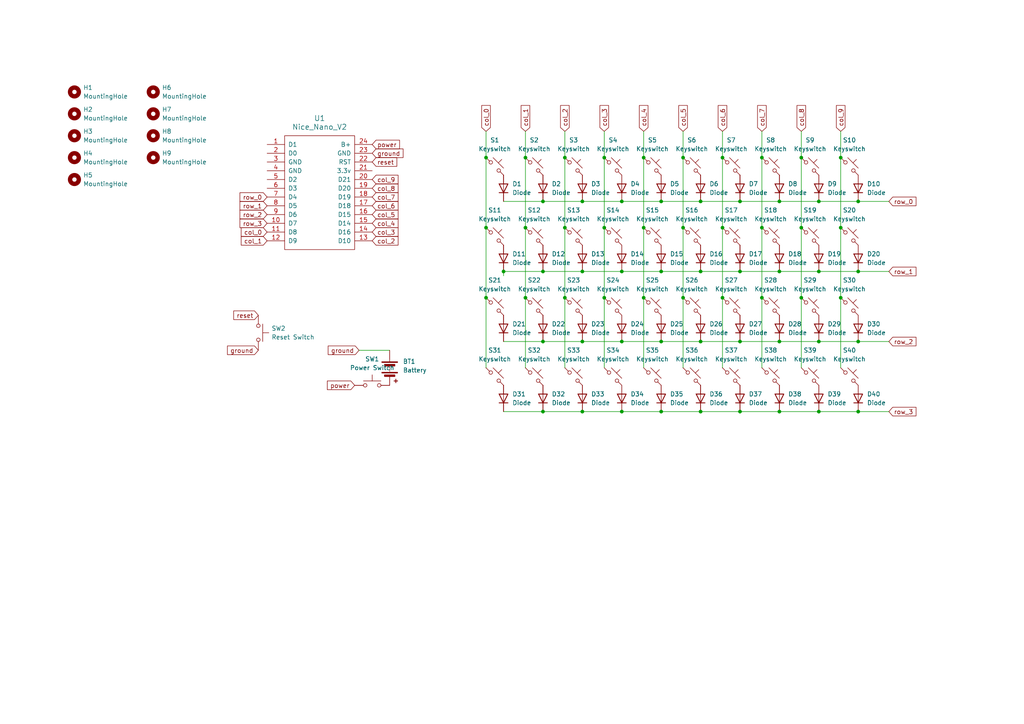
<source format=kicad_sch>
(kicad_sch (version 20230121) (generator eeschema)
  (paper "A4")
  (lib_symbols
    (symbol "Device:Battery" (pin_numbers hide) (pin_names (offset 0) hide)
      (property "Reference" "BT1" (at 3.81 1.8415 0))
      (property "Value" "Battery" (at 3.81 -0.6985 0))
      (symbol "Battery_0_1"
        (rectangle (start -2.286 -1.27) (end 2.286 -1.524) (fill (type outline)))
        (rectangle (start -2.286 1.778) (end 2.286 1.524) (fill (type outline)))
        (rectangle (start -1.524 -2.032) (end 1.524 -2.54) (fill (type outline)))
        (rectangle (start -1.524 1.016) (end 1.524 0.508) (fill (type outline)))
        (polyline (pts (xy 0 -1.016) (xy 0 -0.762)))
        (polyline (pts (xy 0 -0.508) (xy 0 -0.254)))
        (polyline (pts (xy 0 0) (xy 0 0.254)))
        (polyline (pts (xy 0 1.778) (xy 0 2.54)))
        (polyline (pts (xy 1.27 -3.81) (xy 2.286 -3.81)) (stroke (width 0.254)))
        (polyline (pts (xy 1.778 -3.302) (xy 1.778 -4.318)) (stroke (width 0.254)))
      )
      (symbol "Battery_1_1"
        (pin passive line (at 0 5.08 270) (length 2.54) (name "+") (number "1"))
        (pin passive line (at 0 -5.08 90) (length 2.54) (name "-") (number "2"))
      )
    )
    (symbol "Mechanical:MountingHole" (pin_names (offset 1.016))
      (property "Reference" "H" (at 0 5.08 0))
      (property "Value" "MountingHole" (at 0 3.175 0))
      (symbol "MountingHole_0_1"
        (circle (center 0 0) (radius 1.27) (stroke (width 1.27)))
      )
    )
    (symbol "ScottoKeebs:MCU_Nice_Nano_V2" (pin_names (offset 1.016))
      (property "Reference" "U" (at 0 0 0))
      (property "Value" "Nice_Nano_V2" (at 0 -19.05 0))
      (symbol "MCU_Nice_Nano_V2_0_1"
        (rectangle (start -10.16 16.51) (end 10.16 -16.51))
      )
      (symbol "MCU_Nice_Nano_V2_1_1"
        (pin input line (at -15.24 13.97 0) (length 5.08) (name "D1") (number "1"))
        (pin input line (at -15.24 -8.89 0) (length 5.08) (name "D7") (number "10"))
        (pin input line (at -15.24 -11.43 0) (length 5.08) (name "D8") (number "11"))
        (pin input line (at -15.24 -13.97 0) (length 5.08) (name "D9") (number "12"))
        (pin input line (at 15.24 -13.97 180) (length 5.08) (name "D10") (number "13"))
        (pin input line (at 15.24 -11.43 180) (length 5.08) (name "D16") (number "14"))
        (pin input line (at 15.24 -8.89 180) (length 5.08) (name "D14") (number "15"))
        (pin input line (at 15.24 -6.35 180) (length 5.08) (name "D15") (number "16"))
        (pin input line (at 15.24 -3.81 180) (length 5.08) (name "D18") (number "17"))
        (pin input line (at 15.24 -1.27 180) (length 5.08) (name "D19") (number "18"))
        (pin input line (at 15.24 1.27 180) (length 5.08) (name "D20") (number "19"))
        (pin input line (at -15.24 11.43 0) (length 5.08) (name "D0") (number "2"))
        (pin input line (at 15.24 3.81 180) (length 5.08) (name "D21") (number "20"))
        (pin input line (at 15.24 6.35 180) (length 5.08) (name "3.3v") (number "21"))
        (pin input line (at 15.24 8.89 180) (length 5.08) (name "RST") (number "22"))
        (pin input line (at 15.24 11.43 180) (length 5.08) (name "GND") (number "23"))
        (pin input line (at 15.24 13.97 180) (length 5.08) (name "B+") (number "24"))
        (pin input line (at -15.24 8.89 0) (length 5.08) (name "GND") (number "3"))
        (pin input line (at -15.24 6.35 0) (length 5.08) (name "GND") (number "4"))
        (pin input line (at -15.24 3.81 0) (length 5.08) (name "D2") (number "5"))
        (pin input line (at -15.24 1.27 0) (length 5.08) (name "D3") (number "6"))
        (pin input line (at -15.24 -1.27 0) (length 5.08) (name "D4") (number "7"))
        (pin input line (at -15.24 -3.81 0) (length 5.08) (name "D5") (number "8"))
        (pin input line (at -15.24 -6.35 0) (length 5.08) (name "D6") (number "9"))
      )
    )
    (symbol "ScottoKeebs:Placeholder_Diode" (pin_numbers hide) (pin_names hide)
      (property "Reference" "D" (at 0 2.54 0))
      (property "Value" "Diode" (at 0 -2.54 0))
      (symbol "Placeholder_Diode_0_1"
        (polyline (pts (xy -1.27 1.27) (xy -1.27 -1.27)) (stroke (width 0.254)))
        (polyline (pts (xy 1.27 0) (xy -1.27 0)))
        (polyline (pts (xy 1.27 1.27) (xy 1.27 -1.27) (xy -1.27 0) (xy 1.27 1.27)) (stroke (width 0.254)))
      )
      (symbol "Placeholder_Diode_1_1"
        (pin passive line (at -3.81 0 0) (length 2.54) (name "K") (number "1"))
        (pin passive line (at 3.81 0 180) (length 2.54) (name "A") (number "2"))
      )
    )
    (symbol "ScottoKeebs:Placeholder_Keyswitch" (pin_numbers hide) (pin_names (offset 1.016) hide)
      (property "Reference" "S" (at 3.048 1.016 0))
      (property "Value" "Keyswitch" (at 0 -3.81 0))
      (symbol "Placeholder_Keyswitch_0_1"
        (circle (center -1.1684 1.1684) (radius 0.508))
        (polyline (pts (xy -0.508 2.54) (xy 2.54 -0.508)))
        (polyline (pts (xy 1.016 1.016) (xy 2.032 2.032)))
        (polyline (pts (xy -2.54 2.54) (xy -1.524 1.524) (xy -1.524 1.524)))
        (polyline (pts (xy 1.524 -1.524) (xy 2.54 -2.54) (xy 2.54 -2.54) (xy 2.54 -2.54)))
        (circle (center 1.143 -1.1938) (radius 0.508))
        (pin passive line (at -2.54 2.54 0) (length 0) (name "1") (number "1"))
        (pin passive line (at 2.54 -2.54 180) (length 0) (name "2") (number "2"))
      )
    )
    (symbol "ScottoKeebs:Placeholder_Switch" (pin_numbers hide) (pin_names (offset 1.016) hide)
      (property "Reference" "SW" (at 1.27 2.54 0))
      (property "Value" "Switch" (at 0 -1.524 0))
      (symbol "Placeholder_Switch_0_1"
        (circle (center -2.032 0) (radius 0.508))
        (polyline (pts (xy 0 1.27) (xy 0 3.048)))
        (polyline (pts (xy 2.54 1.27) (xy -2.54 1.27)))
        (circle (center 2.032 0) (radius 0.508))
        (pin passive line (at -5.08 0 0) (length 2.54) (name "1") (number "1"))
        (pin passive line (at 5.08 0 180) (length 2.54) (name "2") (number "2"))
      )
    )
  )
  (junction (at 248.92 99.06))
  (junction (at 214.63 99.06))
  (junction (at 140.97 66.04))
  (junction (at 198.12 66.04))
  (junction (at 163.83 45.72))
  (junction (at 168.91 99.06))
  (junction (at 180.34 119.38))
  (junction (at 226.06 99.06))
  (junction (at 163.83 86.36))
  (junction (at 220.98 86.36))
  (junction (at 163.83 66.04))
  (junction (at 191.77 99.06))
  (junction (at 209.55 86.36))
  (junction (at 243.84 45.72))
  (junction (at 226.06 78.74))
  (junction (at 203.2 78.74))
  (junction (at 248.92 78.74))
  (junction (at 232.41 66.04))
  (junction (at 237.49 78.74))
  (junction (at 214.63 119.38))
  (junction (at 191.77 78.74))
  (junction (at 157.48 78.74))
  (junction (at 157.48 58.42))
  (junction (at 180.34 58.42))
  (junction (at 175.26 86.36))
  (junction (at 248.92 119.38))
  (junction (at 209.55 45.72))
  (junction (at 248.92 58.42))
  (junction (at 198.12 45.72))
  (junction (at 226.06 58.42))
  (junction (at 157.48 119.38))
  (junction (at 203.2 58.42))
  (junction (at 180.34 99.06))
  (junction (at 146.05 78.74))
  (junction (at 203.2 99.06))
  (junction (at 243.84 66.04))
  (junction (at 186.69 66.04))
  (junction (at 237.49 58.42))
  (junction (at 209.55 66.04))
  (junction (at 220.98 66.04))
  (junction (at 140.97 86.36))
  (junction (at 186.69 86.36))
  (junction (at 152.4 66.04))
  (junction (at 220.98 45.72))
  (junction (at 168.91 78.74))
  (junction (at 140.97 45.72))
  (junction (at 243.84 86.36))
  (junction (at 180.34 78.74))
  (junction (at 232.41 86.36))
  (junction (at 232.41 45.72))
  (junction (at 214.63 78.74))
  (junction (at 152.4 45.72))
  (junction (at 175.26 45.72))
  (junction (at 198.12 86.36))
  (junction (at 152.4 86.36))
  (junction (at 168.91 58.42))
  (junction (at 237.49 99.06))
  (junction (at 226.06 119.38))
  (junction (at 191.77 58.42))
  (junction (at 214.63 58.42))
  (junction (at 157.48 99.06))
  (junction (at 203.2 119.38))
  (junction (at 186.69 45.72))
  (junction (at 175.26 66.04))
  (junction (at 168.91 119.38))
  (junction (at 237.49 119.38))
  (junction (at 191.77 119.38))
  (wire (pts (xy 214.63 58.42) (xy 226.06 58.42)))
  (wire (pts (xy 232.41 86.36) (xy 232.41 106.68)))
  (wire (pts (xy 243.84 86.36) (xy 243.84 106.68)))
  (wire (pts (xy 175.26 38.1) (xy 175.26 45.72)))
  (wire (pts (xy 203.2 78.74) (xy 191.77 78.74)))
  (wire (pts (xy 237.49 78.74) (xy 226.06 78.74)))
  (wire (pts (xy 146.05 58.42) (xy 157.48 58.42)))
  (wire (pts (xy 152.4 86.36) (xy 152.4 106.68)))
  (wire (pts (xy 248.92 99.06) (xy 257.81 99.06)))
  (wire (pts (xy 220.98 66.04) (xy 220.98 86.36)))
  (wire (pts (xy 157.48 119.38) (xy 168.91 119.38)))
  (wire (pts (xy 248.92 119.38) (xy 257.81 119.38)))
  (wire (pts (xy 157.48 99.06) (xy 168.91 99.06)))
  (wire (pts (xy 104.14 101.6) (xy 113.03 101.6)))
  (wire (pts (xy 209.55 66.04) (xy 209.55 86.36)))
  (wire (pts (xy 237.49 99.06) (xy 248.92 99.06)))
  (wire (pts (xy 180.34 119.38) (xy 191.77 119.38)))
  (wire (pts (xy 152.4 45.72) (xy 152.4 66.04)))
  (wire (pts (xy 214.63 99.06) (xy 226.06 99.06)))
  (wire (pts (xy 232.41 66.04) (xy 232.41 86.36)))
  (wire (pts (xy 243.84 45.72) (xy 243.84 66.04)))
  (wire (pts (xy 198.12 66.04) (xy 198.12 86.36)))
  (wire (pts (xy 191.77 78.74) (xy 180.34 78.74)))
  (wire (pts (xy 243.84 66.04) (xy 243.84 86.36)))
  (wire (pts (xy 186.69 38.1) (xy 186.69 45.72)))
  (wire (pts (xy 226.06 58.42) (xy 237.49 58.42)))
  (wire (pts (xy 203.2 99.06) (xy 214.63 99.06)))
  (wire (pts (xy 198.12 45.72) (xy 198.12 66.04)))
  (wire (pts (xy 220.98 38.1) (xy 220.98 45.72)))
  (wire (pts (xy 180.34 99.06) (xy 191.77 99.06)))
  (wire (pts (xy 243.84 38.1) (xy 243.84 45.72)))
  (wire (pts (xy 257.81 78.74) (xy 248.92 78.74)))
  (wire (pts (xy 191.77 99.06) (xy 203.2 99.06)))
  (wire (pts (xy 237.49 119.38) (xy 248.92 119.38)))
  (wire (pts (xy 191.77 119.38) (xy 203.2 119.38)))
  (wire (pts (xy 191.77 58.42) (xy 203.2 58.42)))
  (wire (pts (xy 186.69 66.04) (xy 186.69 86.36)))
  (wire (pts (xy 168.91 78.74) (xy 157.48 78.74)))
  (wire (pts (xy 248.92 78.74) (xy 237.49 78.74)))
  (wire (pts (xy 146.05 78.74) (xy 146.05 80.01)))
  (wire (pts (xy 214.63 119.38) (xy 226.06 119.38)))
  (wire (pts (xy 140.97 38.1) (xy 140.97 45.72)))
  (wire (pts (xy 140.97 86.36) (xy 140.97 106.68)))
  (wire (pts (xy 168.91 119.38) (xy 180.34 119.38)))
  (wire (pts (xy 157.48 58.42) (xy 168.91 58.42)))
  (wire (pts (xy 209.55 86.36) (xy 209.55 106.68)))
  (wire (pts (xy 146.05 119.38) (xy 157.48 119.38)))
  (wire (pts (xy 214.63 78.74) (xy 203.2 78.74)))
  (wire (pts (xy 198.12 38.1) (xy 198.12 45.72)))
  (wire (pts (xy 226.06 99.06) (xy 237.49 99.06)))
  (wire (pts (xy 157.48 78.74) (xy 146.05 78.74)))
  (wire (pts (xy 180.34 58.42) (xy 191.77 58.42)))
  (wire (pts (xy 198.12 86.36) (xy 198.12 106.68)))
  (wire (pts (xy 152.4 66.04) (xy 152.4 86.36)))
  (wire (pts (xy 209.55 38.1) (xy 209.55 45.72)))
  (wire (pts (xy 226.06 78.74) (xy 214.63 78.74)))
  (wire (pts (xy 203.2 119.38) (xy 214.63 119.38)))
  (wire (pts (xy 220.98 45.72) (xy 220.98 66.04)))
  (wire (pts (xy 175.26 45.72) (xy 175.26 66.04)))
  (wire (pts (xy 175.26 86.36) (xy 175.26 106.68)))
  (wire (pts (xy 209.55 45.72) (xy 209.55 66.04)))
  (wire (pts (xy 232.41 45.72) (xy 232.41 66.04)))
  (wire (pts (xy 232.41 38.1) (xy 232.41 45.72)))
  (wire (pts (xy 180.34 78.74) (xy 168.91 78.74)))
  (wire (pts (xy 140.97 66.04) (xy 140.97 86.36)))
  (wire (pts (xy 186.69 45.72) (xy 186.69 66.04)))
  (wire (pts (xy 163.83 86.36) (xy 163.83 106.68)))
  (wire (pts (xy 237.49 58.42) (xy 248.92 58.42)))
  (wire (pts (xy 163.83 38.1) (xy 163.83 45.72)))
  (wire (pts (xy 186.69 86.36) (xy 186.69 106.68)))
  (wire (pts (xy 163.83 45.72) (xy 163.83 66.04)))
  (wire (pts (xy 152.4 38.1) (xy 152.4 45.72)))
  (wire (pts (xy 175.26 66.04) (xy 175.26 86.36)))
  (wire (pts (xy 140.97 45.72) (xy 140.97 66.04)))
  (wire (pts (xy 248.92 58.42) (xy 257.81 58.42)))
  (wire (pts (xy 203.2 58.42) (xy 214.63 58.42)))
  (wire (pts (xy 220.98 86.36) (xy 220.98 106.68)))
  (wire (pts (xy 168.91 58.42) (xy 180.34 58.42)))
  (wire (pts (xy 226.06 119.38) (xy 237.49 119.38)))
  (wire (pts (xy 168.91 99.06) (xy 180.34 99.06)))
  (wire (pts (xy 146.05 99.06) (xy 157.48 99.06)))
  (wire (pts (xy 163.83 66.04) (xy 163.83 86.36)))
  (global_label "col_4" (shape input) (at 186.69 38.1 90) (property "Intersheetrefs" "${INTERSHEET_REFS}" (effects hide)))
  (global_label "col_5" (shape input) (at 198.12 38.1 90) (property "Intersheetrefs" "${INTERSHEET_REFS}" (effects hide)))
  (global_label "power" (shape input) (at 107.95 41.91 0) (property "Intersheetrefs" "${INTERSHEET_REFS}" (effects hide)))
  (global_label "row_0" (shape input) (at 77.47 57.15 180) (property "Intersheetrefs" "${INTERSHEET_REFS}" (effects hide)))
  (global_label "col_6" (shape input) (at 209.55 38.1 90) (property "Intersheetrefs" "${INTERSHEET_REFS}" (effects hide)))
  (global_label "col_1" (shape input) (at 77.47 69.85 180) (property "Intersheetrefs" "${INTERSHEET_REFS}" (effects hide)))
  (global_label "col_7" (shape input) (at 107.95 57.15 0) (property "Intersheetrefs" "${INTERSHEET_REFS}" (effects hide)))
  (global_label "col_5" (shape input) (at 107.95 62.23 0) (property "Intersheetrefs" "${INTERSHEET_REFS}" (effects hide)))
  (global_label "row_2" (shape input) (at 77.47 62.23 180) (property "Intersheetrefs" "${INTERSHEET_REFS}" (effects hide)))
  (global_label "col_3" (shape input) (at 175.26 38.1 90) (property "Intersheetrefs" "${INTERSHEET_REFS}" (effects hide)))
  (global_label "col_9" (shape input) (at 243.84 38.1 90) (property "Intersheetrefs" "${INTERSHEET_REFS}" (effects hide)))
  (global_label "ground" (shape input) (at 74.93 101.6 180) (property "Intersheetrefs" "${INTERSHEET_REFS}" (effects hide)))
  (global_label "col_0" (shape input) (at 77.47 67.31 180) (property "Intersheetrefs" "${INTERSHEET_REFS}" (effects hide)))
  (global_label "col_6" (shape input) (at 107.95 59.69 0) (property "Intersheetrefs" "${INTERSHEET_REFS}" (effects hide)))
  (global_label "row_2" (shape input) (at 257.81 99.06 0) (property "Intersheetrefs" "${INTERSHEET_REFS}" (effects hide)))
  (global_label "reset" (shape input) (at 74.93 91.44 180) (property "Intersheetrefs" "${INTERSHEET_REFS}" (effects hide)))
  (global_label "col_7" (shape input) (at 220.98 38.1 90) (property "Intersheetrefs" "${INTERSHEET_REFS}" (effects hide)))
  (global_label "col_2" (shape input) (at 107.95 69.85 0) (property "Intersheetrefs" "${INTERSHEET_REFS}" (effects hide)))
  (global_label "ground" (shape input) (at 107.95 44.45 0) (property "Intersheetrefs" "${INTERSHEET_REFS}" (effects hide)))
  (global_label "col_8" (shape input) (at 107.95 54.61 0) (property "Intersheetrefs" "${INTERSHEET_REFS}" (effects hide)))
  (global_label "row_0" (shape input) (at 257.81 58.42 0) (property "Intersheetrefs" "${INTERSHEET_REFS}" (effects hide)))
  (global_label "row_1" (shape input) (at 77.47 59.69 180) (property "Intersheetrefs" "${INTERSHEET_REFS}" (effects hide)))
  (global_label "col_9" (shape input) (at 107.95 52.07 0) (property "Intersheetrefs" "${INTERSHEET_REFS}" (effects hide)))
  (global_label "col_0" (shape input) (at 140.97 38.1 90) (property "Intersheetrefs" "${INTERSHEET_REFS}" (effects hide)))
  (global_label "ground" (shape input) (at 104.14 101.6 180) (property "Intersheetrefs" "${INTERSHEET_REFS}" (effects hide)))
  (global_label "row_3" (shape input) (at 257.81 119.38 0) (property "Intersheetrefs" "${INTERSHEET_REFS}" (effects hide)))
  (global_label "col_3" (shape input) (at 107.95 67.31 0) (property "Intersheetrefs" "${INTERSHEET_REFS}" (effects hide)))
  (global_label "row_1" (shape input) (at 257.81 78.74 0) (property "Intersheetrefs" "${INTERSHEET_REFS}" (effects hide)))
  (global_label "power" (shape input) (at 102.87 111.76 180) (property "Intersheetrefs" "${INTERSHEET_REFS}" (effects hide)))
  (global_label "col_2" (shape input) (at 163.83 38.1 90) (property "Intersheetrefs" "${INTERSHEET_REFS}" (effects hide)))
  (global_label "row_3" (shape input) (at 77.47 64.77 180) (property "Intersheetrefs" "${INTERSHEET_REFS}" (effects hide)))
  (global_label "col_8" (shape input) (at 232.41 38.1 90) (property "Intersheetrefs" "${INTERSHEET_REFS}" (effects hide)))
  (global_label "reset" (shape input) (at 107.95 46.99 0) (property "Intersheetrefs" "${INTERSHEET_REFS}" (effects hide)))
  (global_label "col_1" (shape input) (at 152.4 38.1 90) (property "Intersheetrefs" "${INTERSHEET_REFS}" (effects hide)))
  (global_label "col_4" (shape input) (at 107.95 64.77 0) (property "Intersheetrefs" "${INTERSHEET_REFS}" (effects hide)))
  (symbol (lib_id "ScottoKeebs:Placeholder_Diode") (at 168.91 54.61 90) (unit 1)
    (property "Reference" "D3" (at 171.45 53.34 90) (effects (justify right)))
    (property "Value" "Diode" (at 171.45 55.88 90) (effects (justify right)))
    (property "Footprint" "ScottoKeebs_Components:Diode_DO-35" (effects hide))
    (property "Sim.Device" "D" (effects hide))
    (property "Sim.Pins" "1=K 2=A" (effects hide))
  )
  (symbol (lib_id "ScottoKeebs:Placeholder_Keyswitch") (at 143.51 88.9 0) (unit 1)
    (property "Reference" "S21" (at 143.51 81.28 0))
    (property "Value" "Keyswitch" (at 143.51 83.82 0))
    (property "Footprint" "ScottoKeebs_MX:MX_PCB_1.00u" (effects hide))
  )
  (symbol (lib_id "ScottoKeebs:Placeholder_Diode") (at 237.49 54.61 90) (unit 1)
    (property "Reference" "D9" (at 240.03 53.34 90) (effects (justify right)))
    (property "Value" "Diode" (at 240.03 55.88 90) (effects (justify right)))
    (property "Footprint" "ScottoKeebs_Components:Diode_DO-35" (effects hide))
    (property "Sim.Device" "D" (effects hide))
    (property "Sim.Pins" "1=K 2=A" (effects hide))
  )
  (symbol (lib_id "Mechanical:MountingHole") (at 21.59 45.72 0) (unit 1)
    (property "Reference" "H4" (at 24.13 44.45 0) (effects (justify left)))
    (property "Value" "MountingHole" (at 24.13 46.99 0) (effects (justify left)))
    (property "Footprint" "MountingHole:MountingHole_2.2mm_M2_Pad_Via" (effects hide))
  )
  (symbol (lib_id "ScottoKeebs:Placeholder_Keyswitch") (at 143.51 48.26 0) (unit 1)
    (property "Reference" "S1" (at 143.51 40.64 0))
    (property "Value" "Keyswitch" (at 143.51 43.18 0))
    (property "Footprint" "ScottoKeebs_MX:MX_PCB_1.00u" (effects hide))
  )
  (symbol (lib_id "ScottoKeebs:Placeholder_Diode") (at 214.63 115.57 90) (unit 1)
    (property "Reference" "D37" (at 217.17 114.3 90) (effects (justify right)))
    (property "Value" "Diode" (at 217.17 116.84 90) (effects (justify right)))
    (property "Footprint" "ScottoKeebs_Components:Diode_DO-35" (effects hide))
    (property "Sim.Device" "D" (effects hide))
    (property "Sim.Pins" "1=K 2=A" (effects hide))
  )
  (symbol (lib_id "Mechanical:MountingHole") (at 44.45 39.37 0) (unit 1)
    (property "Reference" "H8" (at 46.99 38.1 0) (effects (justify left)))
    (property "Value" "MountingHole" (at 46.99 40.64 0) (effects (justify left)))
    (property "Footprint" "MountingHole:MountingHole_2.2mm_M2_ISO14580" (effects hide))
  )
  (symbol (lib_id "Device:Battery") (at 113.03 106.68 0) (unit 1)
    (property "Reference" "BT1" (at 116.84 104.8385 0) (effects (justify left)))
    (property "Value" "Battery" (at 116.84 107.3785 0) (effects (justify left)))
    (property "Footprint" "Connector_JST:JST_PH_S2B-PH-K_1x02_P2.00mm_Horizontal" (effects hide))
  )
  (symbol (lib_id "ScottoKeebs:Placeholder_Keyswitch") (at 234.95 48.26 0) (unit 1)
    (property "Reference" "S9" (at 234.95 40.64 0))
    (property "Value" "Keyswitch" (at 234.95 43.18 0))
    (property "Footprint" "ScottoKeebs_MX:MX_PCB_1.00u" (effects hide))
  )
  (symbol (lib_id "Mechanical:MountingHole") (at 21.59 26.67 0) (unit 1)
    (property "Reference" "H1" (at 24.13 25.4 0) (effects (justify left)))
    (property "Value" "MountingHole" (at 24.13 27.94 0) (effects (justify left)))
    (property "Footprint" "MountingHole:MountingHole_2.2mm_M2_Pad_Via" (effects hide))
  )
  (symbol (lib_id "ScottoKeebs:Placeholder_Diode") (at 237.49 95.25 90) (unit 1)
    (property "Reference" "D29" (at 240.03 93.98 90) (effects (justify right)))
    (property "Value" "Diode" (at 240.03 96.52 90) (effects (justify right)))
    (property "Footprint" "ScottoKeebs_Components:Diode_DO-35" (effects hide))
    (property "Sim.Device" "D" (effects hide))
    (property "Sim.Pins" "1=K 2=A" (effects hide))
  )
  (symbol (lib_id "ScottoKeebs:Placeholder_Keyswitch") (at 223.52 109.22 0) (unit 1)
    (property "Reference" "S38" (at 223.52 101.6 0))
    (property "Value" "Keyswitch" (at 223.52 104.14 0))
    (property "Footprint" "ScottoKeebs_MX:MX_PCB_1.00u" (effects hide))
  )
  (symbol (lib_id "ScottoKeebs:Placeholder_Diode") (at 226.06 74.93 90) (unit 1)
    (property "Reference" "D18" (at 228.6 73.66 90) (effects (justify right)))
    (property "Value" "Diode" (at 228.6 76.2 90) (effects (justify right)))
    (property "Footprint" "ScottoKeebs_Components:Diode_DO-35" (effects hide))
    (property "Sim.Device" "D" (effects hide))
    (property "Sim.Pins" "1=K 2=A" (effects hide))
  )
  (symbol (lib_id "ScottoKeebs:Placeholder_Diode") (at 157.48 95.25 90) (unit 1)
    (property "Reference" "D22" (at 160.02 93.98 90) (effects (justify right)))
    (property "Value" "Diode" (at 160.02 96.52 90) (effects (justify right)))
    (property "Footprint" "ScottoKeebs_Components:Diode_DO-35" (effects hide))
    (property "Sim.Device" "D" (effects hide))
    (property "Sim.Pins" "1=K 2=A" (effects hide))
  )
  (symbol (lib_id "ScottoKeebs:Placeholder_Keyswitch") (at 200.66 48.26 0) (unit 1)
    (property "Reference" "S6" (at 200.66 40.64 0))
    (property "Value" "Keyswitch" (at 200.66 43.18 0))
    (property "Footprint" "ScottoKeebs_MX:MX_PCB_1.00u" (effects hide))
  )
  (symbol (lib_id "ScottoKeebs:Placeholder_Diode") (at 146.05 54.61 90) (unit 1)
    (property "Reference" "D1" (at 148.59 53.34 90) (effects (justify right)))
    (property "Value" "Diode" (at 148.59 55.88 90) (effects (justify right)))
    (property "Footprint" "ScottoKeebs_Components:Diode_DO-35" (effects hide))
    (property "Sim.Device" "D" (effects hide))
    (property "Sim.Pins" "1=K 2=A" (effects hide))
  )
  (symbol (lib_id "ScottoKeebs:Placeholder_Diode") (at 168.91 115.57 90) (unit 1)
    (property "Reference" "D33" (at 171.45 114.3 90) (effects (justify right)))
    (property "Value" "Diode" (at 171.45 116.84 90) (effects (justify right)))
    (property "Footprint" "ScottoKeebs_Components:Diode_DO-35" (effects hide))
    (property "Sim.Device" "D" (effects hide))
    (property "Sim.Pins" "1=K 2=A" (effects hide))
  )
  (symbol (lib_id "ScottoKeebs:Placeholder_Keyswitch") (at 177.8 68.58 0) (unit 1)
    (property "Reference" "S14" (at 177.8 60.96 0))
    (property "Value" "Keyswitch" (at 177.8 63.5 0))
    (property "Footprint" "ScottoKeebs_MX:MX_PCB_1.00u" (effects hide))
  )
  (symbol (lib_id "ScottoKeebs:MCU_Nice_Nano_V2") (at 92.71 55.88 0) (unit 1)
    (property "Reference" "U1" (at 92.71 34.29 0) (effects (font (size 1.524 1.524))))
    (property "Value" "Nice_Nano_V2" (at 92.71 36.83 0) (effects (font (size 1.524 1.524))))
    (property "Footprint" "ScottoKeebs_MCU:Nice_Nano_V2" (effects hide))
  )
  (symbol (lib_id "ScottoKeebs:Placeholder_Keyswitch") (at 189.23 48.26 0) (unit 1)
    (property "Reference" "S5" (at 189.23 40.64 0))
    (property "Value" "Keyswitch" (at 189.23 43.18 0))
    (property "Footprint" "ScottoKeebs_MX:MX_PCB_1.00u" (effects hide))
  )
  (symbol (lib_id "ScottoKeebs:Placeholder_Keyswitch") (at 246.38 68.58 0) (unit 1)
    (property "Reference" "S20" (at 246.38 60.96 0))
    (property "Value" "Keyswitch" (at 246.38 63.5 0))
    (property "Footprint" "ScottoKeebs_MX:MX_PCB_1.00u" (effects hide))
  )
  (symbol (lib_id "ScottoKeebs:Placeholder_Keyswitch") (at 177.8 48.26 0) (unit 1)
    (property "Reference" "S4" (at 177.8 40.64 0))
    (property "Value" "Keyswitch" (at 177.8 43.18 0))
    (property "Footprint" "ScottoKeebs_MX:MX_PCB_1.00u" (effects hide))
  )
  (symbol (lib_id "ScottoKeebs:Placeholder_Diode") (at 226.06 54.61 90) (unit 1)
    (property "Reference" "D8" (at 228.6 53.34 90) (effects (justify right)))
    (property "Value" "Diode" (at 228.6 55.88 90) (effects (justify right)))
    (property "Footprint" "ScottoKeebs_Components:Diode_DO-35" (effects hide))
    (property "Sim.Device" "D" (effects hide))
    (property "Sim.Pins" "1=K 2=A" (effects hide))
  )
  (symbol (lib_id "ScottoKeebs:Placeholder_Keyswitch") (at 212.09 48.26 0) (unit 1)
    (property "Reference" "S7" (at 212.09 40.64 0))
    (property "Value" "Keyswitch" (at 212.09 43.18 0))
    (property "Footprint" "ScottoKeebs_MX:MX_PCB_1.00u" (effects hide))
  )
  (symbol (lib_id "ScottoKeebs:Placeholder_Diode") (at 180.34 115.57 90) (unit 1)
    (property "Reference" "D34" (at 182.88 114.3 90) (effects (justify right)))
    (property "Value" "Diode" (at 182.88 116.84 90) (effects (justify right)))
    (property "Footprint" "ScottoKeebs_Components:Diode_DO-35" (effects hide))
    (property "Sim.Device" "D" (effects hide))
    (property "Sim.Pins" "1=K 2=A" (effects hide))
  )
  (symbol (lib_id "ScottoKeebs:Placeholder_Keyswitch") (at 189.23 109.22 0) (unit 1)
    (property "Reference" "S35" (at 189.23 101.6 0))
    (property "Value" "Keyswitch" (at 189.23 104.14 0))
    (property "Footprint" "ScottoKeebs_MX:MX_PCB_1.00u" (effects hide))
  )
  (symbol (lib_id "Mechanical:MountingHole") (at 21.59 52.07 0) (unit 1)
    (property "Reference" "H5" (at 24.13 50.8 0) (effects (justify left)))
    (property "Value" "MountingHole" (at 24.13 53.34 0) (effects (justify left)))
    (property "Footprint" "MountingHole:MountingHole_2.2mm_M2_Pad_Via" (effects hide))
  )
  (symbol (lib_id "ScottoKeebs:Placeholder_Keyswitch") (at 189.23 88.9 0) (unit 1)
    (property "Reference" "S25" (at 189.23 81.28 0))
    (property "Value" "Keyswitch" (at 189.23 83.82 0))
    (property "Footprint" "ScottoKeebs_MX:MX_PCB_1.00u" (effects hide))
  )
  (symbol (lib_id "ScottoKeebs:Placeholder_Diode") (at 180.34 54.61 90) (unit 1)
    (property "Reference" "D4" (at 182.88 53.34 90) (effects (justify right)))
    (property "Value" "Diode" (at 182.88 55.88 90) (effects (justify right)))
    (property "Footprint" "ScottoKeebs_Components:Diode_DO-35" (effects hide))
    (property "Sim.Device" "D" (effects hide))
    (property "Sim.Pins" "1=K 2=A" (effects hide))
  )
  (symbol (lib_id "ScottoKeebs:Placeholder_Diode") (at 248.92 54.61 90) (unit 1)
    (property "Reference" "D10" (at 251.46 53.34 90) (effects (justify right)))
    (property "Value" "Diode" (at 251.46 55.88 90) (effects (justify right)))
    (property "Footprint" "ScottoKeebs_Components:Diode_DO-35" (effects hide))
    (property "Sim.Device" "D" (effects hide))
    (property "Sim.Pins" "1=K 2=A" (effects hide))
  )
  (symbol (lib_id "ScottoKeebs:Placeholder_Diode") (at 203.2 115.57 90) (unit 1)
    (property "Reference" "D36" (at 205.74 114.3 90) (effects (justify right)))
    (property "Value" "Diode" (at 205.74 116.84 90) (effects (justify right)))
    (property "Footprint" "ScottoKeebs_Components:Diode_DO-35" (effects hide))
    (property "Sim.Device" "D" (effects hide))
    (property "Sim.Pins" "1=K 2=A" (effects hide))
  )
  (symbol (lib_id "ScottoKeebs:Placeholder_Diode") (at 191.77 74.93 90) (unit 1)
    (property "Reference" "D15" (at 194.31 73.66 90) (effects (justify right)))
    (property "Value" "Diode" (at 194.31 76.2 90) (effects (justify right)))
    (property "Footprint" "ScottoKeebs_Components:Diode_DO-35" (effects hide))
    (property "Sim.Device" "D" (effects hide))
    (property "Sim.Pins" "1=K 2=A" (effects hide))
  )
  (symbol (lib_id "ScottoKeebs:Placeholder_Keyswitch") (at 212.09 109.22 0) (unit 1)
    (property "Reference" "S37" (at 212.09 101.6 0))
    (property "Value" "Keyswitch" (at 212.09 104.14 0))
    (property "Footprint" "ScottoKeebs_MX:MX_PCB_1.00u" (effects hide))
  )
  (symbol (lib_id "ScottoKeebs:Placeholder_Diode") (at 203.2 74.93 90) (unit 1)
    (property "Reference" "D16" (at 205.74 73.66 90) (effects (justify right)))
    (property "Value" "Diode" (at 205.74 76.2 90) (effects (justify right)))
    (property "Footprint" "ScottoKeebs_Components:Diode_DO-35" (effects hide))
    (property "Sim.Device" "D" (effects hide))
    (property "Sim.Pins" "1=K 2=A" (effects hide))
  )
  (symbol (lib_id "ScottoKeebs:Placeholder_Diode") (at 237.49 74.93 90) (unit 1)
    (property "Reference" "D19" (at 240.03 73.66 90) (effects (justify right)))
    (property "Value" "Diode" (at 240.03 76.2 90) (effects (justify right)))
    (property "Footprint" "ScottoKeebs_Components:Diode_DO-35" (effects hide))
    (property "Sim.Device" "D" (effects hide))
    (property "Sim.Pins" "1=K 2=A" (effects hide))
  )
  (symbol (lib_id "ScottoKeebs:Placeholder_Keyswitch") (at 143.51 68.58 0) (unit 1)
    (property "Reference" "S11" (at 143.51 60.96 0))
    (property "Value" "Keyswitch" (at 143.51 63.5 0))
    (property "Footprint" "ScottoKeebs_MX:MX_PCB_1.00u" (effects hide))
  )
  (symbol (lib_id "ScottoKeebs:Placeholder_Keyswitch") (at 223.52 88.9 0) (unit 1)
    (property "Reference" "S28" (at 223.52 81.28 0))
    (property "Value" "Keyswitch" (at 223.52 83.82 0))
    (property "Footprint" "ScottoKeebs_MX:MX_PCB_1.00u" (effects hide))
  )
  (symbol (lib_id "ScottoKeebs:Placeholder_Diode") (at 191.77 115.57 90) (unit 1)
    (property "Reference" "D35" (at 194.31 114.3 90) (effects (justify right)))
    (property "Value" "Diode" (at 194.31 116.84 90) (effects (justify right)))
    (property "Footprint" "ScottoKeebs_Components:Diode_DO-35" (effects hide))
    (property "Sim.Device" "D" (effects hide))
    (property "Sim.Pins" "1=K 2=A" (effects hide))
  )
  (symbol (lib_id "ScottoKeebs:Placeholder_Keyswitch") (at 154.94 109.22 0) (unit 1)
    (property "Reference" "S32" (at 154.94 101.6 0))
    (property "Value" "Keyswitch" (at 154.94 104.14 0))
    (property "Footprint" "ScottoKeebs_MX:MX_PCB_1.00u" (effects hide))
  )
  (symbol (lib_id "ScottoKeebs:Placeholder_Diode") (at 214.63 54.61 90) (unit 1)
    (property "Reference" "D7" (at 217.17 53.34 90) (effects (justify right)))
    (property "Value" "Diode" (at 217.17 55.88 90) (effects (justify right)))
    (property "Footprint" "ScottoKeebs_Components:Diode_DO-35" (effects hide))
    (property "Sim.Device" "D" (effects hide))
    (property "Sim.Pins" "1=K 2=A" (effects hide))
  )
  (symbol (lib_id "Mechanical:MountingHole") (at 21.59 33.02 0) (unit 1)
    (property "Reference" "H2" (at 24.13 31.75 0) (effects (justify left)))
    (property "Value" "MountingHole" (at 24.13 34.29 0) (effects (justify left)))
    (property "Footprint" "MountingHole:MountingHole_2.2mm_M2_Pad_Via" (effects hide))
  )
  (symbol (lib_id "ScottoKeebs:Placeholder_Diode") (at 191.77 54.61 90) (unit 1)
    (property "Reference" "D5" (at 194.31 53.34 90) (effects (justify right)))
    (property "Value" "Diode" (at 194.31 55.88 90) (effects (justify right)))
    (property "Footprint" "ScottoKeebs_Components:Diode_DO-35" (effects hide))
    (property "Sim.Device" "D" (effects hide))
    (property "Sim.Pins" "1=K 2=A" (effects hide))
  )
  (symbol (lib_id "ScottoKeebs:Placeholder_Diode") (at 203.2 95.25 90) (unit 1)
    (property "Reference" "D26" (at 205.74 93.98 90) (effects (justify right)))
    (property "Value" "Diode" (at 205.74 96.52 90) (effects (justify right)))
    (property "Footprint" "ScottoKeebs_Components:Diode_DO-35" (effects hide))
    (property "Sim.Device" "D" (effects hide))
    (property "Sim.Pins" "1=K 2=A" (effects hide))
  )
  (symbol (lib_id "ScottoKeebs:Placeholder_Diode") (at 180.34 74.93 90) (unit 1)
    (property "Reference" "D14" (at 182.88 73.66 90) (effects (justify right)))
    (property "Value" "Diode" (at 182.88 76.2 90) (effects (justify right)))
    (property "Footprint" "ScottoKeebs_Components:Diode_DO-35" (effects hide))
    (property "Sim.Device" "D" (effects hide))
    (property "Sim.Pins" "1=K 2=A" (effects hide))
  )
  (symbol (lib_id "Mechanical:MountingHole") (at 44.45 26.67 0) (unit 1)
    (property "Reference" "H6" (at 46.99 25.4 0) (effects (justify left)))
    (property "Value" "MountingHole" (at 46.99 27.94 0) (effects (justify left)))
    (property "Footprint" "MountingHole:MountingHole_2.2mm_M2_ISO14580" (effects hide))
  )
  (symbol (lib_id "ScottoKeebs:Placeholder_Keyswitch") (at 246.38 88.9 0) (unit 1)
    (property "Reference" "S30" (at 246.38 81.28 0))
    (property "Value" "Keyswitch" (at 246.38 83.82 0))
    (property "Footprint" "ScottoKeebs_MX:MX_PCB_1.00u" (effects hide))
  )
  (symbol (lib_id "ScottoKeebs:Placeholder_Diode") (at 237.49 115.57 90) (unit 1)
    (property "Reference" "D39" (at 240.03 114.3 90) (effects (justify right)))
    (property "Value" "Diode" (at 240.03 116.84 90) (effects (justify right)))
    (property "Footprint" "ScottoKeebs_Components:Diode_DO-35" (effects hide))
    (property "Sim.Device" "D" (effects hide))
    (property "Sim.Pins" "1=K 2=A" (effects hide))
  )
  (symbol (lib_id "ScottoKeebs:Placeholder_Keyswitch") (at 189.23 68.58 0) (unit 1)
    (property "Reference" "S15" (at 189.23 60.96 0))
    (property "Value" "Keyswitch" (at 189.23 63.5 0))
    (property "Footprint" "ScottoKeebs_MX:MX_PCB_1.00u" (effects hide))
  )
  (symbol (lib_id "Mechanical:MountingHole") (at 21.59 39.37 0) (unit 1)
    (property "Reference" "H3" (at 24.13 38.1 0) (effects (justify left)))
    (property "Value" "MountingHole" (at 24.13 40.64 0) (effects (justify left)))
    (property "Footprint" "MountingHole:MountingHole_2.2mm_M2_Pad_Via" (effects hide))
  )
  (symbol (lib_id "ScottoKeebs:Placeholder_Diode") (at 203.2 54.61 90) (unit 1)
    (property "Reference" "D6" (at 205.74 53.34 90) (effects (justify right)))
    (property "Value" "Diode" (at 205.74 55.88 90) (effects (justify right)))
    (property "Footprint" "ScottoKeebs_Components:Diode_DO-35" (effects hide))
    (property "Sim.Device" "D" (effects hide))
    (property "Sim.Pins" "1=K 2=A" (effects hide))
  )
  (symbol (lib_id "ScottoKeebs:Placeholder_Keyswitch") (at 246.38 48.26 0) (unit 1)
    (property "Reference" "S10" (at 246.38 40.64 0))
    (property "Value" "Keyswitch" (at 246.38 43.18 0))
    (property "Footprint" "ScottoKeebs_MX:MX_PCB_1.00u" (effects hide))
  )
  (symbol (lib_id "ScottoKeebs:Placeholder_Diode") (at 168.91 95.25 90) (unit 1)
    (property "Reference" "D23" (at 171.45 93.98 90) (effects (justify right)))
    (property "Value" "Diode" (at 171.45 96.52 90) (effects (justify right)))
    (property "Footprint" "ScottoKeebs_Components:Diode_DO-35" (effects hide))
    (property "Sim.Device" "D" (effects hide))
    (property "Sim.Pins" "1=K 2=A" (effects hide))
  )
  (symbol (lib_id "ScottoKeebs:Placeholder_Diode") (at 180.34 95.25 90) (unit 1)
    (property "Reference" "D24" (at 182.88 93.98 90) (effects (justify right)))
    (property "Value" "Diode" (at 182.88 96.52 90) (effects (justify right)))
    (property "Footprint" "ScottoKeebs_Components:Diode_DO-35" (effects hide))
    (property "Sim.Device" "D" (effects hide))
    (property "Sim.Pins" "1=K 2=A" (effects hide))
  )
  (symbol (lib_id "ScottoKeebs:Placeholder_Keyswitch") (at 246.38 109.22 0) (unit 1)
    (property "Reference" "S40" (at 246.38 101.6 0))
    (property "Value" "Keyswitch" (at 246.38 104.14 0))
    (property "Footprint" "ScottoKeebs_MX:MX_PCB_1.00u" (effects hide))
  )
  (symbol (lib_id "ScottoKeebs:Placeholder_Diode") (at 214.63 95.25 90) (unit 1)
    (property "Reference" "D27" (at 217.17 93.98 90) (effects (justify right)))
    (property "Value" "Diode" (at 217.17 96.52 90) (effects (justify right)))
    (property "Footprint" "ScottoKeebs_Components:Diode_DO-35" (effects hide))
    (property "Sim.Device" "D" (effects hide))
    (property "Sim.Pins" "1=K 2=A" (effects hide))
  )
  (symbol (lib_id "ScottoKeebs:Placeholder_Keyswitch") (at 166.37 48.26 0) (unit 1)
    (property "Reference" "S3" (at 166.37 40.64 0))
    (property "Value" "Keyswitch" (at 166.37 43.18 0))
    (property "Footprint" "ScottoKeebs_MX:MX_PCB_1.00u" (effects hide))
  )
  (symbol (lib_id "ScottoKeebs:Placeholder_Keyswitch") (at 223.52 68.58 0) (unit 1)
    (property "Reference" "S18" (at 223.52 60.96 0))
    (property "Value" "Keyswitch" (at 223.52 63.5 0))
    (property "Footprint" "ScottoKeebs_MX:MX_PCB_1.00u" (effects hide))
  )
  (symbol (lib_id "ScottoKeebs:Placeholder_Diode") (at 226.06 95.25 90) (unit 1)
    (property "Reference" "D28" (at 228.6 93.98 90) (effects (justify right)))
    (property "Value" "Diode" (at 228.6 96.52 90) (effects (justify right)))
    (property "Footprint" "ScottoKeebs_Components:Diode_DO-35" (effects hide))
    (property "Sim.Device" "D" (effects hide))
    (property "Sim.Pins" "1=K 2=A" (effects hide))
  )
  (symbol (lib_id "ScottoKeebs:Placeholder_Keyswitch") (at 154.94 68.58 0) (unit 1)
    (property "Reference" "S12" (at 154.94 60.96 0))
    (property "Value" "Keyswitch" (at 154.94 63.5 0))
    (property "Footprint" "ScottoKeebs_MX:MX_PCB_1.00u" (effects hide))
  )
  (symbol (lib_id "ScottoKeebs:Placeholder_Keyswitch") (at 166.37 68.58 0) (unit 1)
    (property "Reference" "S13" (at 166.37 60.96 0))
    (property "Value" "Keyswitch" (at 166.37 63.5 0))
    (property "Footprint" "ScottoKeebs_MX:MX_PCB_1.00u" (effects hide))
  )
  (symbol (lib_id "ScottoKeebs:Placeholder_Diode") (at 248.92 95.25 90) (unit 1)
    (property "Reference" "D30" (at 251.46 93.98 90) (effects (justify right)))
    (property "Value" "Diode" (at 251.46 96.52 90) (effects (justify right)))
    (property "Footprint" "ScottoKeebs_Components:Diode_DO-35" (effects hide))
    (property "Sim.Device" "D" (effects hide))
    (property "Sim.Pins" "1=K 2=A" (effects hide))
  )
  (symbol (lib_id "ScottoKeebs:Placeholder_Diode") (at 146.05 74.93 90) (unit 1)
    (property "Reference" "D11" (at 148.59 73.66 90) (effects (justify right)))
    (property "Value" "Diode" (at 148.59 76.2 90) (effects (justify right)))
    (property "Footprint" "ScottoKeebs_Components:Diode_DO-35" (effects hide))
    (property "Sim.Device" "D" (effects hide))
    (property "Sim.Pins" "1=K 2=A" (effects hide))
  )
  (symbol (lib_id "ScottoKeebs:Placeholder_Diode") (at 191.77 95.25 90) (unit 1)
    (property "Reference" "D25" (at 194.31 93.98 90) (effects (justify right)))
    (property "Value" "Diode" (at 194.31 96.52 90) (effects (justify right)))
    (property "Footprint" "ScottoKeebs_Components:Diode_DO-35" (effects hide))
    (property "Sim.Device" "D" (effects hide))
    (property "Sim.Pins" "1=K 2=A" (effects hide))
  )
  (symbol (lib_id "ScottoKeebs:Placeholder_Keyswitch") (at 212.09 88.9 0) (unit 1)
    (property "Reference" "S27" (at 212.09 81.28 0))
    (property "Value" "Keyswitch" (at 212.09 83.82 0))
    (property "Footprint" "ScottoKeebs_MX:MX_PCB_1.00u" (effects hide))
  )
  (symbol (lib_id "ScottoKeebs:Placeholder_Diode") (at 157.48 115.57 90) (unit 1)
    (property "Reference" "D32" (at 160.02 114.3 90) (effects (justify right)))
    (property "Value" "Diode" (at 160.02 116.84 90) (effects (justify right)))
    (property "Footprint" "ScottoKeebs_Components:Diode_DO-35" (effects hide))
    (property "Sim.Device" "D" (effects hide))
    (property "Sim.Pins" "1=K 2=A" (effects hide))
  )
  (symbol (lib_id "ScottoKeebs:Placeholder_Keyswitch") (at 154.94 48.26 0) (unit 1)
    (property "Reference" "S2" (at 154.94 40.64 0))
    (property "Value" "Keyswitch" (at 154.94 43.18 0))
    (property "Footprint" "ScottoKeebs_MX:MX_PCB_1.00u" (effects hide))
  )
  (symbol (lib_id "Mechanical:MountingHole") (at 44.45 45.72 0) (unit 1)
    (property "Reference" "H9" (at 46.99 44.45 0) (effects (justify left)))
    (property "Value" "MountingHole" (at 46.99 46.99 0) (effects (justify left)))
    (property "Footprint" "MountingHole:MountingHole_2.2mm_M2_ISO14580" (effects hide))
  )
  (symbol (lib_id "ScottoKeebs:Placeholder_Keyswitch") (at 234.95 109.22 0) (unit 1)
    (property "Reference" "S39" (at 234.95 101.6 0))
    (property "Value" "Keyswitch" (at 234.95 104.14 0))
    (property "Footprint" "ScottoKeebs_MX:MX_PCB_1.00u" (effects hide))
  )
  (symbol (lib_id "ScottoKeebs:Placeholder_Diode") (at 168.91 74.93 90) (unit 1)
    (property "Reference" "D13" (at 171.45 73.66 90) (effects (justify right)))
    (property "Value" "Diode" (at 171.45 76.2 90) (effects (justify right)))
    (property "Footprint" "ScottoKeebs_Components:Diode_DO-35" (effects hide))
    (property "Sim.Device" "D" (effects hide))
    (property "Sim.Pins" "1=K 2=A" (effects hide))
  )
  (symbol (lib_id "ScottoKeebs:Placeholder_Keyswitch") (at 177.8 109.22 0) (unit 1)
    (property "Reference" "S34" (at 177.8 101.6 0))
    (property "Value" "Keyswitch" (at 177.8 104.14 0))
    (property "Footprint" "ScottoKeebs_MX:MX_PCB_1.00u" (effects hide))
  )
  (symbol (lib_id "ScottoKeebs:Placeholder_Keyswitch") (at 177.8 88.9 0) (unit 1)
    (property "Reference" "S24" (at 177.8 81.28 0))
    (property "Value" "Keyswitch" (at 177.8 83.82 0))
    (property "Footprint" "ScottoKeebs_MX:MX_PCB_1.00u" (effects hide))
  )
  (symbol (lib_id "ScottoKeebs:Placeholder_Diode") (at 157.48 74.93 90) (unit 1)
    (property "Reference" "D12" (at 160.02 73.66 90) (effects (justify right)))
    (property "Value" "Diode" (at 160.02 76.2 90) (effects (justify right)))
    (property "Footprint" "ScottoKeebs_Components:Diode_DO-35" (effects hide))
    (property "Sim.Device" "D" (effects hide))
    (property "Sim.Pins" "1=K 2=A" (effects hide))
  )
  (symbol (lib_id "ScottoKeebs:Placeholder_Keyswitch") (at 154.94 88.9 0) (unit 1)
    (property "Reference" "S22" (at 154.94 81.28 0))
    (property "Value" "Keyswitch" (at 154.94 83.82 0))
    (property "Footprint" "ScottoKeebs_MX:MX_PCB_1.00u" (effects hide))
  )
  (symbol (lib_id "ScottoKeebs:Placeholder_Keyswitch") (at 200.66 68.58 0) (unit 1)
    (property "Reference" "S16" (at 200.66 60.96 0))
    (property "Value" "Keyswitch" (at 200.66 63.5 0))
    (property "Footprint" "ScottoKeebs_MX:MX_PCB_1.00u" (effects hide))
  )
  (symbol (lib_id "ScottoKeebs:Placeholder_Keyswitch") (at 223.52 48.26 0) (unit 1)
    (property "Reference" "S8" (at 223.52 40.64 0))
    (property "Value" "Keyswitch" (at 223.52 43.18 0))
    (property "Footprint" "ScottoKeebs_MX:MX_PCB_1.00u" (effects hide))
  )
  (symbol (lib_id "ScottoKeebs:Placeholder_Keyswitch") (at 200.66 88.9 0) (unit 1)
    (property "Reference" "S26" (at 200.66 81.28 0))
    (property "Value" "Keyswitch" (at 200.66 83.82 0))
    (property "Footprint" "ScottoKeebs_MX:MX_PCB_1.00u" (effects hide))
  )
  (symbol (lib_id "ScottoKeebs:Placeholder_Keyswitch") (at 212.09 68.58 0) (unit 1)
    (property "Reference" "S17" (at 212.09 60.96 0))
    (property "Value" "Keyswitch" (at 212.09 63.5 0))
    (property "Footprint" "ScottoKeebs_MX:MX_PCB_1.00u" (effects hide))
  )
  (symbol (lib_id "ScottoKeebs:Placeholder_Diode") (at 146.05 95.25 90) (unit 1)
    (property "Reference" "D21" (at 148.59 93.98 90) (effects (justify right)))
    (property "Value" "Diode" (at 148.59 96.52 90) (effects (justify right)))
    (property "Footprint" "ScottoKeebs_Components:Diode_DO-35" (effects hide))
    (property "Sim.Device" "D" (effects hide))
    (property "Sim.Pins" "1=K 2=A" (effects hide))
  )
  (symbol (lib_id "ScottoKeebs:Placeholder_Keyswitch") (at 200.66 109.22 0) (unit 1)
    (property "Reference" "S36" (at 200.66 101.6 0))
    (property "Value" "Keyswitch" (at 200.66 104.14 0))
    (property "Footprint" "ScottoKeebs_MX:MX_PCB_1.00u" (effects hide))
  )
  (symbol (lib_id "ScottoKeebs:Placeholder_Keyswitch") (at 234.95 88.9 0) (unit 1)
    (property "Reference" "S29" (at 234.95 81.28 0))
    (property "Value" "Keyswitch" (at 234.95 83.82 0))
    (property "Footprint" "ScottoKeebs_MX:MX_PCB_1.00u" (effects hide))
  )
  (symbol (lib_id "ScottoKeebs:Placeholder_Keyswitch") (at 166.37 109.22 0) (unit 1)
    (property "Reference" "S33" (at 166.37 101.6 0))
    (property "Value" "Keyswitch" (at 166.37 104.14 0))
    (property "Footprint" "ScottoKeebs_MX:MX_PCB_1.00u" (effects hide))
  )
  (symbol (lib_id "ScottoKeebs:Placeholder_Diode") (at 146.05 115.57 90) (unit 1)
    (property "Reference" "D31" (at 148.59 114.3 90) (effects (justify right)))
    (property "Value" "Diode" (at 148.59 116.84 90) (effects (justify right)))
    (property "Footprint" "ScottoKeebs_Components:Diode_DO-35" (effects hide))
    (property "Sim.Device" "D" (effects hide))
    (property "Sim.Pins" "1=K 2=A" (effects hide))
  )
  (symbol (lib_id "ScottoKeebs:Placeholder_Keyswitch") (at 234.95 68.58 0) (unit 1)
    (property "Reference" "S19" (at 234.95 60.96 0))
    (property "Value" "Keyswitch" (at 234.95 63.5 0))
    (property "Footprint" "ScottoKeebs_MX:MX_PCB_1.00u" (effects hide))
  )
  (symbol (lib_id "ScottoKeebs:Placeholder_Switch") (at 107.95 111.76 0) (unit 1)
    (property "Reference" "SW1" (at 107.95 104.14 0))
    (property "Value" "Power Switch" (at 107.95 106.68 0))
    (property "Footprint" "Button_Switch_THT:SW_CuK_OS102011MA1QN1_SPDT_Angled" (effects hide))
  )
  (symbol (lib_id "ScottoKeebs:Placeholder_Diode") (at 226.06 115.57 90) (unit 1)
    (property "Reference" "D38" (at 228.6 114.3 90) (effects (justify right)))
    (property "Value" "Diode" (at 228.6 116.84 90) (effects (justify right)))
    (property "Footprint" "ScottoKeebs_Components:Diode_DO-35" (effects hide))
    (property "Sim.Device" "D" (effects hide))
    (property "Sim.Pins" "1=K 2=A" (effects hide))
  )
  (symbol (lib_id "ScottoKeebs:Placeholder_Switch") (at 74.93 96.52 270) (unit 1)
    (property "Reference" "SW2" (at 78.74 95.25 90) (effects (justify left)))
    (property "Value" "Reset Switch" (at 78.74 97.79 90) (effects (justify left)))
    (property "Footprint" "Button_Switch_THT:SW_TH_Tactile_Omron_B3F-10xx" (effects hide))
  )
  (symbol (lib_id "ScottoKeebs:Placeholder_Diode") (at 214.63 74.93 90) (unit 1)
    (property "Reference" "D17" (at 217.17 73.66 90) (effects (justify right)))
    (property "Value" "Diode" (at 217.17 76.2 90) (effects (justify right)))
    (property "Footprint" "ScottoKeebs_Components:Diode_DO-35" (effects hide))
    (property "Sim.Device" "D" (effects hide))
    (property "Sim.Pins" "1=K 2=A" (effects hide))
  )
  (symbol (lib_id "Mechanical:MountingHole") (at 44.45 33.02 0) (unit 1)
    (property "Reference" "H7" (at 46.99 31.75 0) (effects (justify left)))
    (property "Value" "MountingHole" (at 46.99 34.29 0) (effects (justify left)))
    (property "Footprint" "MountingHole:MountingHole_2.2mm_M2_ISO14580" (effects hide))
  )
  (symbol (lib_id "ScottoKeebs:Placeholder_Keyswitch") (at 143.51 109.22 0) (unit 1)
    (property "Reference" "S31" (at 143.51 101.6 0))
    (property "Value" "Keyswitch" (at 143.51 104.14 0))
    (property "Footprint" "ScottoKeebs_MX:MX_PCB_1.00u" (effects hide))
  )
  (symbol (lib_id "ScottoKeebs:Placeholder_Diode") (at 157.48 54.61 90) (unit 1)
    (property "Reference" "D2" (at 160.02 53.34 90) (effects (justify right)))
    (property "Value" "Diode" (at 160.02 55.88 90) (effects (justify right)))
    (property "Footprint" "ScottoKeebs_Components:Diode_DO-35" (effects hide))
    (property "Sim.Device" "D" (effects hide))
    (property "Sim.Pins" "1=K 2=A" (effects hide))
  )
  (symbol (lib_id "ScottoKeebs:Placeholder_Diode") (at 248.92 115.57 90) (unit 1)
    (property "Reference" "D40" (at 251.46 114.3 90) (effects (justify right)))
    (property "Value" "Diode" (at 251.46 116.84 90) (effects (justify right)))
    (property "Footprint" "ScottoKeebs_Components:Diode_DO-35" (effects hide))
    (property "Sim.Device" "D" (effects hide))
    (property "Sim.Pins" "1=K 2=A" (effects hide))
  )
  (symbol (lib_id "ScottoKeebs:Placeholder_Keyswitch") (at 166.37 88.9 0) (unit 1)
    (property "Reference" "S23" (at 166.37 81.28 0))
    (property "Value" "Keyswitch" (at 166.37 83.82 0))
    (property "Footprint" "ScottoKeebs_MX:MX_PCB_1.00u" (effects hide))
  )
  (symbol (lib_id "ScottoKeebs:Placeholder_Diode") (at 248.92 74.93 90) (unit 1)
    (property "Reference" "D20" (at 251.46 73.66 90) (effects (justify right)))
    (property "Value" "Diode" (at 251.46 76.2 90) (effects (justify right)))
    (property "Footprint" "ScottoKeebs_Components:Diode_DO-35" (effects hide))
    (property "Sim.Device" "D" (effects hide))
    (property "Sim.Pins" "1=K 2=A" (effects hide))
  )
)
</source>
